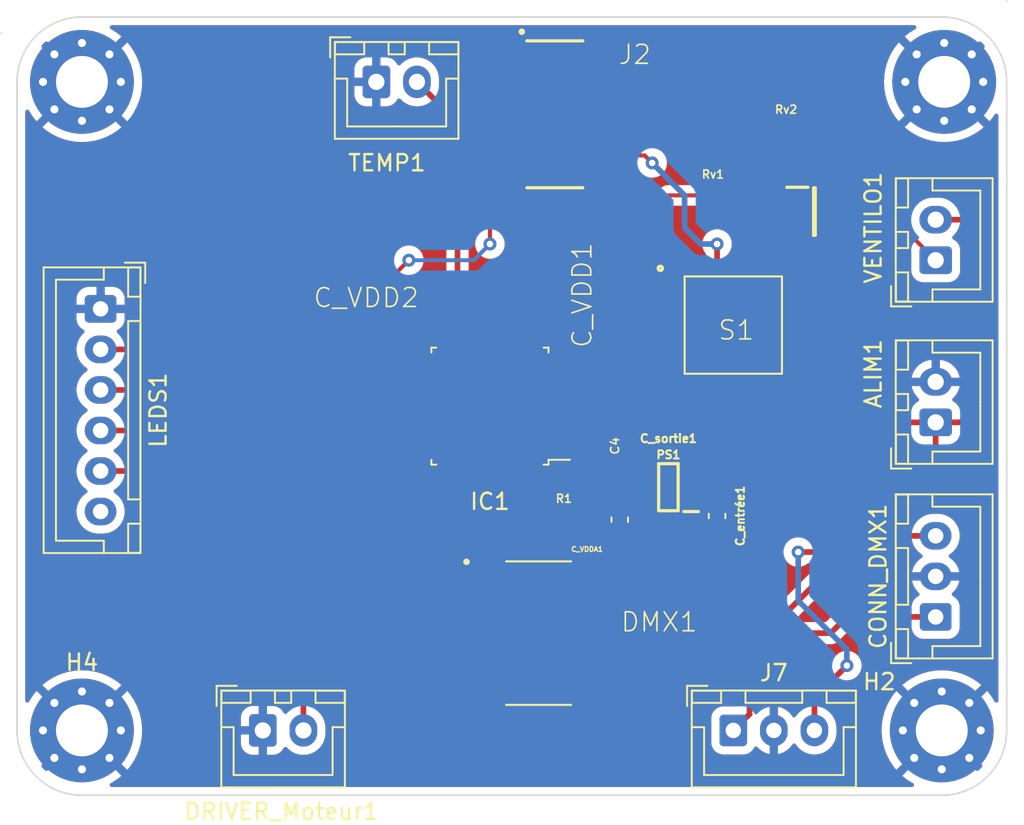
<source format=kicad_pcb>
(kicad_pcb (version 20211014) (generator pcbnew)
  (title_block (title "PCB PRINCIPALE_Projecteur Leds") (date "13/12") (company "ENSEA"))
  (layers (0 "F.Cu" signal) (31 "B.Cu" signal) (34 "B.Paste" user) (35 "F.Paste" user) (36 "B.SilkS" user "B.Silkscreen") (37 "F.SilkS" user "F.Silkscreen") (38 "B.Mask" user) (39 "F.Mask" user) (44 "Edge.Cuts" user))
  (net 0 "")
  (net 1 "GND")
  (net 2 "NRST")
  (net 5 "+3.3V")
  (net 6 "ADC_Température_ventilo")
  (net 14 "Net-(IC1-Pad31)")
  (net 15 "VCP_UART_RX")
  (net 16 "VCP_UART_TX")
  (net 17 "PWM_Leds_W")
  (net 18 "PWM_Leds_B")
  (net 19 "PWM_Leds_G")
  (net 20 "PWM_Leds_R")
  (net 21 "PWM_Ventilateur")
  (net 30 "SWDIO")
  (net 31 "SWCLK")
  (net 35 "UART_Driver_moteur")
  (net 42 "Net-(CONN_DMX1-Pad1)")
  (net 43 "+5V")
  (net 45 "Net-(CONN_DMX1-Pad3)")
  (net 46 "UART_RS485_DMX")
  (net 48 "Net-(Q1-Pad1)")
  (net 49 "Net-(Q1-Pad3)")
  (footprint "stm32l021:RegLIN" (layer "F.Cu") (at 182 99 180)
    (fp_text reference "PS1" (at 0 2) (layer "F.SilkS") (effects (font (size 0.5 0.5) (thickness 0.125))))
    (fp_text value "BU33SD5WG-TR" hide)
    (fp_line (start -0.6 1.45) (end -0.6 -1.45) (layer "F.SilkS") (width 0.2))
    (fp_line (start -1.85 -1.5) (end -0.95 -1.5) (layer "F.SilkS") (width 0.2))
    (fp_line (start -0.6 -1.45) (end 0.6 -1.45) (layer "F.SilkS") (width 0.2))
    (fp_line (start 0.6 -1.45) (end 0.6 1.45) (layer "F.SilkS") (width 0.2))
    (fp_line (start 0.6 1.45) (end -0.6 1.45) (layer "F.SilkS") (width 0.2))
    (pad "1" smd rect (at -1.4 -0.95 270) (size 0.6 0.9) (layers "F.Cu" "F.Paste" "F.Mask") (net 43 "+5V"))
    (pad "2" smd rect (at -1.4 0 270) (size 0.6 0.9) (layers "F.Cu" "F.Paste" "F.Mask") (net 1 "GND"))
    (pad "3" smd rect (at -1.4 0.95 270) (size 0.6 0.9) (layers "F.Cu" "F.Paste" "F.Mask") (net 43 "+5V"))
    (pad "4" smd rect (at 1.4 0.95 270) (size 0.6 0.9) (layers "F.Cu" "F.Paste" "F.Mask"))
    (pad "5" smd rect (at 1.4 -0.95 270) (size 0.6 0.9) (layers "F.Cu" "F.Paste" "F.Mask") (net 5 "+3.3V"))
  )
  (footprint "Package_QFP:LQFP-32_7x7mm_P0.8mm" (layer "F.Cu") (at 171 94 180)
    (fp_text reference "IC1" (at 0 -5.88) (layer "F.SilkS"))
    (fp_text value "STM32L412KBT6")
    (fp_line (start -3.61 -3.31) (end -4.925 -3.31) (layer "F.SilkS") (width 0.12))
    (fp_line (start -3.31 3.61) (end -3.61 3.61) (layer "F.SilkS") (width 0.12))
    (fp_line (start -3.61 -3.61) (end -3.61 -3.31) (layer "F.SilkS") (width 0.12))
    (fp_line (start 3.61 3.61) (end 3.61 3.31) (layer "F.SilkS") (width 0.12))
    (fp_line (start -3.31 -3.61) (end -3.61 -3.61) (layer "F.SilkS") (width 0.12))
    (fp_line (start 3.31 3.61) (end 3.61 3.61) (layer "F.SilkS") (width 0.12))
    (fp_line (start 3.31 -3.61) (end 3.61 -3.61) (layer "F.SilkS") (width 0.12))
    (fp_line (start 3.61 -3.61) (end 3.61 -3.31) (layer "F.SilkS") (width 0.12))
    (fp_line (start -3.61 3.61) (end -3.61 3.31) (layer "F.SilkS") (width 0.12))
    (pad "1" smd roundrect (at -4.175 -2.8 180) (size 1.5 0.5) (layers "F.Cu" "F.Paste" "F.Mask") (net 5 "+3.3V"))
    (pad "2" smd roundrect (at -4.175 -2 180) (size 1.5 0.5) (layers "F.Cu" "F.Paste" "F.Mask"))
    (pad "3" smd roundrect (at -4.175 -1.2 180) (size 1.5 0.5) (layers "F.Cu" "F.Paste" "F.Mask"))
    (pad "4" smd roundrect (at -4.175 -0.4 180) (size 1.5 0.5) (layers "F.Cu" "F.Paste" "F.Mask") (net 2 "NRST"))
    (pad "5" smd roundrect (at -4.175 0.4 180) (size 1.5 0.5) (layers "F.Cu" "F.Paste" "F.Mask") (net 5 "+3.3V"))
    (pad "6" smd roundrect (at -4.175 1.2 180) (size 1.5 0.5) (layers "F.Cu" "F.Paste" "F.Mask") (net 21 "PWM_Ventilateur"))
    (pad "7" smd roundrect (at -4.175 2 180) (size 1.5 0.5) (layers "F.Cu" "F.Paste" "F.Mask"))
    (pad "8" smd roundrect (at -4.175 2.8 180) (size 1.5 0.5) (layers "F.Cu" "F.Paste" "F.Mask") (net 16 "VCP_UART_TX"))
    (pad "9" smd roundrect (at -2.8 4.175 180) (size 0.5 1.5) (layers "F.Cu" "F.Paste" "F.Mask") (net 15 "VCP_UART_RX"))
    (pad "10" smd roundrect (at -2 4.175 180) (size 0.5 1.5) (layers "F.Cu" "F.Paste" "F.Mask"))
    (pad "11" smd roundrect (at -1.2 4.175 180) (size 0.5 1.5) (layers "F.Cu" "F.Paste" "F.Mask"))
    (pad "12" smd roundrect (at -0.4 4.175 180) (size 0.5 1.5) (layers "F.Cu" "F.Paste" "F.Mask"))
    (pad "13" smd roundrect (at 0.4 4.175 180) (size 0.5 1.5) (layers "F.Cu" "F.Paste" "F.Mask"))
    (pad "14" smd roundrect (at 1.2 4.175 180) (size 0.5 1.5) (layers "F.Cu" "F.Paste" "F.Mask"))
    (pad "15" smd roundrect (at 2 4.175 180) (size 0.5 1.5) (layers "F.Cu" "F.Paste" "F.Mask") (net 6 "ADC_Température_ventilo"))
    (pad "16" smd roundrect (at 2.8 4.175 180) (size 0.5 1.5) (layers "F.Cu" "F.Paste" "F.Mask") (net 1 "GND"))
    (pad "17" smd roundrect (at 4.175 2.8 180) (size 1.5 0.5) (layers "F.Cu" "F.Paste" "F.Mask") (net 5 "+3.3V"))
    (pad "18" smd roundrect (at 4.175 2 180) (size 1.5 0.5) (layers "F.Cu" "F.Paste" "F.Mask") (net 17 "PWM_Leds_W"))
    (pad "19" smd roundrect (at 4.175 1.2 180) (size 1.5 0.5) (layers "F.Cu" "F.Paste" "F.Mask") (net 18 "PWM_Leds_B"))
    (pad "20" smd roundrect (at 4.175 0.4 180) (size 1.5 0.5) (layers "F.Cu" "F.Paste" "F.Mask") (net 19 "PWM_Leds_G"))
    (pad "21" smd roundrect (at 4.175 -0.4 180) (size 1.5 0.5) (layers "F.Cu" "F.Paste" "F.Mask") (net 20 "PWM_Leds_R"))
    (pad "22" smd roundrect (at 4.175 -1.2 180) (size 1.5 0.5) (layers "F.Cu" "F.Paste" "F.Mask"))
    (pad "23" smd roundrect (at 4.175 -2 180) (size 1.5 0.5) (layers "F.Cu" "F.Paste" "F.Mask"))
    (pad "24" smd roundrect (at 4.175 -2.8 180) (size 1.5 0.5) (layers "F.Cu" "F.Paste" "F.Mask"))
    (pad "25" smd roundrect (at 2.8 -4.175 180) (size 0.5 1.5) (layers "F.Cu" "F.Paste" "F.Mask"))
    (pad "26" smd roundrect (at 2 -4.175 180) (size 0.5 1.5) (layers "F.Cu" "F.Paste" "F.Mask"))
    (pad "27" smd roundrect (at 1.2 -4.175 180) (size 0.5 1.5) (layers "F.Cu" "F.Paste" "F.Mask"))
    (pad "28" smd roundrect (at 0.4 -4.175 180) (size 0.5 1.5) (layers "F.Cu" "F.Paste" "F.Mask"))
    (pad "29" smd roundrect (at -0.4 -4.175 180) (size 0.5 1.5) (layers "F.Cu" "F.Paste" "F.Mask") (net 35 "UART_Driver_moteur"))
    (pad "30" smd roundrect (at -1.2 -4.175 180) (size 0.5 1.5) (layers "F.Cu" "F.Paste" "F.Mask") (net 46 "UART_RS485_DMX"))
    (pad "31" smd roundrect (at -2 -4.175 180) (size 0.5 1.5) (layers "F.Cu" "F.Paste" "F.Mask") (net 14 "Net-(IC1-Pad31)"))
    (pad "32" smd roundrect (at -2.8 -4.175 180) (size 0.5 1.5) (layers "F.Cu" "F.Paste" "F.Mask") (net 1 "GND"))
  )
  (footprint "Connector_JST:JST_XH_B3B-XH-A_1x03_P2.50mm_Vertical" (layer "F.Cu") (at 186 114)
    (fp_text reference "J7" (at 2.5 -3.55) (layer "F.SilkS"))
    (fp_text value "Conn_01x03_Male")
    (fp_line (start 0.75 -2.45) (end 0.75 -1.7) (layer "F.SilkS") (width 0.12))
    (fp_line (start 7.55 -0.2) (end 6.8 -0.2) (layer "F.SilkS") (width 0.12))
    (fp_line (start 5.75 -2.45) (end 5.75 -1.7) (layer "F.SilkS") (width 0.12))
    (fp_line (start 4.25 -1.7) (end 4.25 -2.45) (layer "F.SilkS") (width 0.12))
    (fp_line (start -2.55 -0.2) (end -1.8 -0.2) (layer "F.SilkS") (width 0.12))
    (fp_line (start 7.55 -1.7) (end 7.55 -2.45) (layer "F.SilkS") (width 0.12))
    (fp_line (start -1.8 2.75) (end 2.5 2.75) (layer "F.SilkS") (width 0.12))
    (fp_line (start 4.25 -2.45) (end 0.75 -2.45) (layer "F.SilkS") (width 0.12))
    (fp_line (start -1.8 -0.2) (end -1.8 2.75) (layer "F.SilkS") (width 0.12))
    (fp_line (start 6.8 -0.2) (end 6.8 2.75) (layer "F.SilkS") (width 0.12))
    (fp_line (start -2.55 -2.45) (end -2.55 -1.7) (layer "F.SilkS") (width 0.12))
    (fp_line (start -0.75 -2.45) (end -2.55 -2.45) (layer "F.SilkS") (width 0.12))
    (fp_line (start -1.6 -2.75) (end -2.85 -2.75) (layer "F.SilkS") (width 0.12))
    (fp_line (start -2.85 -2.75) (end -2.85 -1.5) (layer "F.SilkS") (width 0.12))
    (fp_line (start 6.8 2.75) (end 2.5 2.75) (layer "F.SilkS") (width 0.12))
    (fp_line (start 0.75 -1.7) (end 4.25 -1.7) (layer "F.SilkS") (width 0.12))
    (fp_line (start 7.55 -2.45) (end 5.75 -2.45) (layer "F.SilkS") (width 0.12))
    (fp_line (start -2.56 -2.46) (end -2.56 3.51) (layer "F.SilkS") (width 0.12))
    (fp_line (start -0.75 -1.7) (end -0.75 -2.45) (layer "F.SilkS") (width 0.12))
    (fp_line (start 7.56 3.51) (end 7.56 -2.46) (layer "F.SilkS") (width 0.12))
    (fp_line (start -2.55 -1.7) (end -0.75 -1.7) (layer "F.SilkS") (width 0.12))
    (fp_line (start 5.75 -1.7) (end 7.55 -1.7) (layer "F.SilkS") (width 0.12))
    (fp_line (start -2.56 3.51) (end 7.56 3.51) (layer "F.SilkS") (width 0.12))
    (fp_line (start 7.56 -2.46) (end -2.56 -2.46) (layer "F.SilkS") (width 0.12))
    (pad "1" thru_hole roundrect (at 0 0) (size 1.7 1.95) (drill 0.95) (layers *.Cu *.Mask) (roundrect_rratio 0.147059) (net 42 "Net-(CONN_DMX1-Pad1)"))
    (pad "2" thru_hole oval (at 2.5 0) (size 1.7 1.95) (drill 0.95) (layers *.Cu *.Mask) (net 1 "GND"))
    (pad "3" thru_hole oval (at 5 0) (size 1.7 1.95) (drill 0.95) (layers *.Cu *.Mask) (net 45 "Net-(CONN_DMX1-Pad3)"))
  )
  (footprint "Capacitor_SMD:C_0603_1608Metric" (layer "F.Cu") (at 185 100.775 -90)
    (fp_text reference "C_entrée1" (at 0 -1.43 90) (layer "F.SilkS") (effects (font (size 0.5 0.5) (thickness 0.125))))
    (fp_text value "1uF")
    (fp_line (start -0.14058 0.51) (end 0.14058 0.51) (layer "F.SilkS") (width 0.12))
    (fp_line (start -0.14058 -0.51) (end 0.14058 -0.51) (layer "F.SilkS") (width 0.12))
    (pad "1" smd roundrect (at -0.775 0 270) (size 0.9 0.95) (layers "F.Cu" "F.Paste" "F.Mask") (net 43 "+5V"))
    (pad "2" smd roundrect (at 0.775 0 270) (size 0.9 0.95) (layers "F.Cu" "F.Paste" "F.Mask") (net 1 "GND"))
  )
  (footprint "stm32l021:SW_2-1437565-7" (layer "F.Cu") (at 186 89)
    (fp_text reference "S1" (at -1 1 180) (layer "F.SilkS") (effects (font (size 1.169947 1.169947) (thickness 0.101734)) (justify left bottom)))
    (fp_text value "2-1437565-7")
    (fp_line (start 3 3) (end -3 3) (layer "F.SilkS") (width 0.127))
    (fp_line (start 3 -3) (end 3 3) (layer "F.SilkS") (width 0.127))
    (fp_line (start -3 -3) (end 3 -3) (layer "F.SilkS") (width 0.127))
    (fp_line (start -3 3) (end -3 -3) (layer "F.SilkS") (width 0.127))
    (fp_circle (center -4.5 -3.5) (end -4.37 -3.5) (layer "F.SilkS") (width 0.2) (fill none))
    (pad "1" smd rect (at -4.55 -2.25 90) (size 1.4 2.1) (layers "F.Cu" "F.Mask") (net 1 "GND"))
    (pad "2" smd rect (at 4.55 -2.25 90) (size 1.4 2.1) (layers "F.Cu" "F.Mask") (net 1 "GND"))
    (pad "3" smd rect (at -4.55 2.25 90) (size 1.4 2.1) (layers "F.Cu" "F.Mask") (net 2 "NRST"))
    (pad "4" smd rect (at 4.55 2.25 90) (size 1.4 2.1) (layers "F.Cu" "F.Mask") (net 2 "NRST"))
  )
  (footprint "MountingHole:MountingHole_3.2mm_M3_Pad_Via" (layer "F.Cu") (at 198.85 114)
    (fp_text reference "H2" (at -3.85 -3) (layer "F.SilkS"))
    (fp_text value "MountingHole_Pad" hide)
    (pad "1" thru_hole circle (at -1.697056 -1.697056) (size 0.8 0.8) (drill 0.5) (layers *.Cu *.Mask) (net 1 "GND"))
    (pad "1" thru_hole circle (at 0 2.4) (size 0.8 0.8) (drill 0.5) (layers *.Cu *.Mask) (net 1 "GND"))
    (pad "1" thru_hole circle (at 0 -2.4) (size 0.8 0.8) (drill 0.5) (layers *.Cu *.Mask) (net 1 "GND"))
    (pad "1" thru_hole circle (at 1.697056 1.697056) (size 0.8 0.8) (drill 0.5) (layers *.Cu *.Mask) (net 1 "GND"))
    (pad "1" thru_hole circle (at -1.697056 1.697056) (size 0.8 0.8) (drill 0.5) (layers *.Cu *.Mask) (net 1 "GND"))
    (pad "1" thru_hole circle (at 2.4 0) (size 0.8 0.8) (drill 0.5) (layers *.Cu *.Mask) (net 1 "GND"))
    (pad "1" thru_hole circle (at 0 0) (size 6.4 6.4) (drill 3.2) (layers *.Cu *.Mask) (net 1 "GND"))
    (pad "1" thru_hole circle (at -2.4 0) (size 0.8 0.8) (drill 0.5) (layers *.Cu *.Mask) (net 1 "GND"))
    (pad "1" thru_hole circle (at 1.697056 -1.697056) (size 0.8 0.8) (drill 0.5) (layers *.Cu *.Mask) (net 1 "GND"))
  )
  (footprint "MountingHole:MountingHole_3.2mm_M3_Pad_Via" (layer "F.Cu") (at 145.85 114)
    (fp_text reference "H4" (at 0 -4.2) (layer "F.SilkS"))
    (fp_text value "MountingHole_Pad" hide)
    (pad "1" thru_hole circle (at 1.697056 -1.697056) (size 0.8 0.8) (drill 0.5) (layers *.Cu *.Mask) (net 1 "GND"))
    (pad "1" thru_hole circle (at -1.697056 -1.697056) (size 0.8 0.8) (drill 0.5) (layers *.Cu *.Mask) (net 1 "GND"))
    (pad "1" thru_hole circle (at -1.697056 1.697056) (size 0.8 0.8) (drill 0.5) (layers *.Cu *.Mask) (net 1 "GND"))
    (pad "1" thru_hole circle (at 0 0) (size 6.4 6.4) (drill 3.2) (layers *.Cu *.Mask) (net 1 "GND"))
    (pad "1" thru_hole circle (at 0 2.4) (size 0.8 0.8) (drill 0.5) (layers *.Cu *.Mask) (net 1 "GND"))
    (pad "1" thru_hole circle (at -2.4 0) (size 0.8 0.8) (drill 0.5) (layers *.Cu *.Mask) (net 1 "GND"))
    (pad "1" thru_hole circle (at 0 -2.4) (size 0.8 0.8) (drill 0.5) (layers *.Cu *.Mask) (net 1 "GND"))
    (pad "1" thru_hole circle (at 2.4 0) (size 0.8 0.8) (drill 0.5) (layers *.Cu *.Mask) (net 1 "GND"))
    (pad "1" thru_hole circle (at 1.697056 1.697056) (size 0.8 0.8) (drill 0.5) (layers *.Cu *.Mask) (net 1 "GND"))
  )
  (footprint "Connector_JST:JST_XH_B6B-XH-A_1x06_P2.50mm_Vertical" (layer "F.Cu") (at 147 88 -90)
    (fp_text reference "LEDS1" (at 6.25 -3.55 -90) (layer "F.SilkS"))
    (fp_text value "PINHD-1X6")
    (fp_line (start 0.75 -2.45) (end 0.75 -1.7) (layer "F.SilkS") (width 0.12))
    (fp_line (start -1.8 -0.2) (end -1.8 2.75) (layer "F.SilkS") (width 0.12))
    (fp_line (start -2.55 -1.7) (end -0.75 -1.7) (layer "F.SilkS") (width 0.12))
    (fp_line (start -2.85 -2.75) (end -2.85 -1.5) (layer "F.SilkS") (width 0.12))
    (fp_line (start 15.05 -2.45) (end 13.25 -2.45) (layer "F.SilkS") (width 0.12))
    (fp_line (start 0.75 -1.7) (end 11.75 -1.7) (layer "F.SilkS") (width 0.12))
    (fp_line (start -0.75 -2.45) (end -2.55 -2.45) (layer "F.SilkS") (width 0.12))
    (fp_line (start 11.75 -1.7) (end 11.75 -2.45) (layer "F.SilkS") (width 0.12))
    (fp_line (start 15.06 -2.46) (end -2.56 -2.46) (layer "F.SilkS") (width 0.12))
    (fp_line (start -2.55 -0.2) (end -1.8 -0.2) (layer "F.SilkS") (width 0.12))
    (fp_line (start 14.3 -0.2) (end 14.3 2.75) (layer "F.SilkS") (width 0.12))
    (fp_line (start -1.6 -2.75) (end -2.85 -2.75) (layer "F.SilkS") (width 0.12))
    (fp_line (start 14.3 2.75) (end 6.25 2.75) (layer "F.SilkS") (width 0.12))
    (fp_line (start -2.56 3.51) (end 15.06 3.51) (layer "F.SilkS") (width 0.12))
    (fp_line (start -2.55 -2.45) (end -2.55 -1.7) (layer "F.SilkS") (width 0.12))
    (fp_line (start -2.56 -2.46) (end -2.56 3.51) (layer "F.SilkS") (width 0.12))
    (fp_line (start -0.75 -1.7) (end -0.75 -2.45) (layer "F.SilkS") (width 0.12))
    (fp_line (start -1.8 2.75) (end 6.25 2.75) (layer "F.SilkS") (width 0.12))
    (fp_line (start 11.75 -2.45) (end 0.75 -2.45) (layer "F.SilkS") (width 0.12))
    (fp_line (start 15.06 3.51) (end 15.06 -2.46) (layer "F.SilkS") (width 0.12))
    (fp_line (start 15.05 -1.7) (end 15.05 -2.45) (layer "F.SilkS") (width 0.12))
    (fp_line (start 15.05 -0.2) (end 14.3 -0.2) (layer "F.SilkS") (width 0.12))
    (fp_line (start 13.25 -2.45) (end 13.25 -1.7) (layer "F.SilkS") (width 0.12))
    (fp_line (start 13.25 -1.7) (end 15.05 -1.7) (layer "F.SilkS") (width 0.12))
    (pad "1" thru_hole roundrect (at 0 0 270) (size 1.7 1.95) (drill 0.95) (layers *.Cu *.Mask) (roundrect_rratio 0.147059) (net 1 "GND"))
    (pad "2" thru_hole oval (at 2.5 0 270) (size 1.7 1.95) (drill 0.95) (layers *.Cu *.Mask) (net 17 "PWM_Leds_W"))
    (pad "3" thru_hole oval (at 5 0 270) (size 1.7 1.95) (drill 0.95) (layers *.Cu *.Mask) (net 18 "PWM_Leds_B"))
    (pad "4" thru_hole oval (at 7.5 0 270) (size 1.7 1.95) (drill 0.95) (layers *.Cu *.Mask) (net 19 "PWM_Leds_G"))
    (pad "5" thru_hole oval (at 10 0 270) (size 1.7 1.95) (drill 0.95) (layers *.Cu *.Mask) (net 20 "PWM_Leds_R"))
    (pad "6" thru_hole oval (at 12.5 0 270) (size 1.7 1.95) (drill 0.95) (layers *.Cu *.Mask))
  )
  (footprint "Connector_JST:JST_XH_B2B-XH-A_1x02_P2.50mm_Vertical" (layer "F.Cu") (at 198.475 95 90)
    (fp_text reference "ALIM1" (at 3 -3.85 90) (layer "F.SilkS"))
    (fp_text value "Conn_01x02" hide)
    (fp_line (start 5.05 -0.2) (end 4.3 -0.2) (layer "F.SilkS") (width 0.12))
    (fp_line (start -2.85 -2.75) (end -2.85 -1.5) (layer "F.SilkS") (width 0.12))
    (fp_line (start 0.75 -2.45) (end 0.75 -1.7) (layer "F.SilkS") (width 0.12))
    (fp_line (start -2.56 3.51) (end 5.06 3.51) (layer "F.SilkS") (width 0.12))
    (fp_line (start -2.55 -2.45) (end -2.55 -1.7) (layer "F.SilkS") (width 0.12))
    (fp_line (start -1.8 -0.2) (end -1.8 2.75) (layer "F.SilkS") (width 0.12))
    (fp_line (start 3.25 -2.45) (end 3.25 -1.7) (layer "F.SilkS") (width 0.12))
    (fp_line (start -2.55 -1.7) (end -0.75 -1.7) (layer "F.SilkS") (width 0.12))
    (fp_line (start 0.75 -1.7) (end 1.75 -1.7) (layer "F.SilkS") (width 0.12))
    (fp_line (start 3.25 -1.7) (end 5.05 -1.7) (layer "F.SilkS") (width 0.12))
    (fp_line (start -2.56 -2.46) (end -2.56 3.51) (layer "F.SilkS") (width 0.12))
    (fp_line (start 5.06 -2.46) (end -2.56 -2.46) (layer "F.SilkS") (width 0.12))
    (fp_line (start 4.3 -0.2) (end 4.3 2.75) (layer "F.SilkS") (width 0.12))
    (fp_line (start 5.05 -1.7) (end 5.05 -2.45) (layer "F.SilkS") (width 0.12))
    (fp_line (start -0.75 -1.7) (end -0.75 -2.45) (layer "F.SilkS") (width 0.12))
    (fp_line (start -2.55 -0.2) (end -1.8 -0.2) (layer "F.SilkS") (width 0.12))
    (fp_line (start 1.75 -1.7) (end 1.75 -2.45) (layer "F.SilkS") (width 0.12))
    (fp_line (start 1.75 -2.45) (end 0.75 -2.45) (layer "F.SilkS") (width 0.12))
    (fp_line (start -0.75 -2.45) (end -2.55 -2.45) (layer "F.SilkS") (width 0.12))
    (fp_line (start 5.06 3.51) (end 5.06 -2.46) (layer "F.SilkS") (width 0.12))
    (fp_line (start 4.3 2.75) (end 1.25 2.75) (layer "F.SilkS") (width 0.12))
    (fp_line (start -1.8 2.75) (end 1.25 2.75) (layer "F.SilkS") (width 0.12))
    (fp_line (start -1.6 -2.75) (end -2.85 -2.75) (layer "F.SilkS") (width 0.12))
    (fp_line (start 5.05 -2.45) (end 3.25 -2.45) (layer "F.SilkS") (width 0.12))
    (pad "1" thru_hole roundrect (at 0 0 90) (size 1.7 2) (drill 1) (layers *.Cu *.Mask) (roundrect_rratio 0.147059) (net 43 "+5V"))
    (pad "2" thru_hole oval (at 2.5 0 90) (size 1.7 2) (drill 1) (layers *.Cu *.Mask) (net 1 "GND"))
  )
  (footprint "Connector_JST:JST_XH_B3B-XH-A_1x03_P2.50mm_Vertical" (layer "F.Cu") (at 198.475 107 90)
    (fp_text reference "CONN_DMX1" (at 2.5 -3.55 90) (layer "F.SilkS"))
    (fp_text value "Conn_01x03_Male")
    (fp_line (start 4.25 -2.45) (end 0.75 -2.45) (layer "F.SilkS") (width 0.12))
    (fp_line (start 5.75 -1.7) (end 7.55 -1.7) (layer "F.SilkS") (width 0.12))
    (fp_line (start -2.56 -2.46) (end -2.56 3.51) (layer "F.SilkS") (width 0.12))
    (fp_line (start -0.75 -2.45) (end -2.55 -2.45) (layer "F.SilkS") (width 0.12))
    (fp_line (start -1.8 2.75) (end 2.5 2.75) (layer "F.SilkS") (width 0.12))
    (fp_line (start 7.56 3.51) (end 7.56 -2.46) (layer "F.SilkS") (width 0.12))
    (fp_line (start 0.75 -1.7) (end 4.25 -1.7) (layer "F.SilkS") (width 0.12))
    (fp_line (start 7.55 -2.45) (end 5.75 -2.45) (layer "F.SilkS") (width 0.12))
    (fp_line (start -2.55 -1.7) (end -0.75 -1.7) (layer "F.SilkS") (width 0.12))
    (fp_line (start 0.75 -2.45) (end 0.75 -1.7) (layer "F.SilkS") (width 0.12))
    (fp_line (start 6.8 2.75) (end 2.5 2.75) (layer "F.SilkS") (width 0.12))
    (fp_line (start -2.55 -2.45) (end -2.55 -1.7) (layer "F.SilkS") (width 0.12))
    (fp_line (start -0.75 -1.7) (end -0.75 -2.45) (layer "F.SilkS") (width 0.12))
    (fp_line (start -2.55 -0.2) (end -1.8 -0.2) (layer "F.SilkS") (width 0.12))
    (fp_line (start 5.75 -2.45) (end 5.75 -1.7) (layer "F.SilkS") (width 0.12))
    (fp_line (start 7.56 -2.46) (end -2.56 -2.46) (layer "F.SilkS") (width 0.12))
    (fp_line (start -1.8 -0.2) (end -1.8 2.75) (layer "F.SilkS") (width 0.12))
    (fp_line (start 6.8 -0.2) (end 6.8 2.75) (layer "F.SilkS") (width 0.12))
    (fp_line (start 4.25 -1.7) (end 4.25 -2.45) (layer "F.SilkS") (width 0.12))
    (fp_line (start -2.85 -2.75) (end -2.85 -1.5) (layer "F.SilkS") (width 0.12))
    (fp_line (start -1.6 -2.75) (end -2.85 -2.75) (layer "F.SilkS") (width 0.12))
    (fp_line (start -2.56 3.51) (end 7.56 3.51) (layer "F.SilkS") (width 0.12))
    (fp_line (start 7.55 -1.7) (end 7.55 -2.45) (layer "F.SilkS") (width 0.12))
    (fp_line (start 7.55 -0.2) (end 6.8 -0.2) (layer "F.SilkS") (width 0.12))
    (pad "1" thru_hole roundrect (at 0 0 90) (size 1.7 1.95) (drill 0.95) (layers *.Cu *.Mask) (roundrect_rratio 0.147059) (net 42 "Net-(CONN_DMX1-Pad1)"))
    (pad "2" thru_hole oval (at 2.5 0 90) (size 1.7 1.95) (drill 0.95) (layers *.Cu *.Mask) (net 1 "GND"))
    (pad "3" thru_hole oval (at 5 0 90) (size 1.7 1.95) (drill 0.95) (layers *.Cu *.Mask) (net 45 "Net-(CONN_DMX1-Pad3)"))
  )
  (footprint "Connector_JST:JST_XH_B2B-XH-A_1x02_P2.50mm_Vertical" (layer "F.Cu") (at 164 74)
    (fp_text reference "TEMP1" (at 0.65 5) (layer "F.SilkS"))
    (fp_text value "Conn_01x02" hide)
    (fp_line (start 4.3 -0.2) (end 4.3 2.75) (layer "F.SilkS") (width 0.12))
    (fp_line (start 0.75 -2.45) (end 0.75 -1.7) (layer "F.SilkS") (width 0.12))
    (fp_line (start -2.55 -0.2) (end -1.8 -0.2) (layer "F.SilkS") (width 0.12))
    (fp_line (start -2.85 -2.75) (end -2.85 -1.5) (layer "F.SilkS") (width 0.12))
    (fp_line (start 1.75 -1.7) (end 1.75 -2.45) (layer "F.SilkS") (width 0.12))
    (fp_line (start -0.75 -2.45) (end -2.55 -2.45) (layer "F.SilkS") (width 0.12))
    (fp_line (start -2.56 3.51) (end 5.06 3.51) (layer "F.SilkS") (width 0.12))
    (fp_line (start 3.25 -2.45) (end 3.25 -1.7) (layer "F.SilkS") (width 0.12))
    (fp_line (start -0.75 -1.7) (end -0.75 -2.45) (layer "F.SilkS") (width 0.12))
    (fp_line (start -2.55 -1.7) (end -0.75 -1.7) (layer "F.SilkS") (width 0.12))
    (fp_line (start -1.6 -2.75) (end -2.85 -2.75) (layer "F.SilkS") (width 0.12))
    (fp_line (start 5.05 -0.2) (end 4.3 -0.2) (layer "F.SilkS") (width 0.12))
    (fp_line (start 5.06 -2.46) (end -2.56 -2.46) (layer "F.SilkS") (width 0.12))
    (fp_line (start -1.8 2.75) (end 1.25 2.75) (layer "F.SilkS") (width 0.12))
    (fp_line (start 1.75 -2.45) (end 0.75 -2.45) (layer "F.SilkS") (width 0.12))
    (fp_line (start 3.25 -1.7) (end 5.05 -1.7) (layer "F.SilkS") (width 0.12))
    (fp_line (start -2.56 -2.46) (end -2.56 3.51) (layer "F.SilkS") (width 0.12))
    (fp_line (start -2.55 -2.45) (end -2.55 -1.7) (layer "F.SilkS") (width 0.12))
    (fp_line (start 0.75 -1.7) (end 1.75 -1.7) (layer "F.SilkS") (width 0.12))
    (fp_line (start 5.05 -1.7) (end 5.05 -2.45) (layer "F.SilkS") (width 0.12))
    (fp_line (start -1.8 -0.2) (end -1.8 2.75) (layer "F.SilkS") (width 0.12))
    (fp_line (start 4.3 2.75) (end 1.25 2.75) (layer "F.SilkS") (width 0.12))
    (fp_line (start 5.05 -2.45) (end 3.25 -2.45) (layer "F.SilkS") (width 0.12))
    (fp_line (start 5.06 3.51) (end 5.06 -2.46) (layer "F.SilkS") (width 0.12))
    (pad "1" thru_hole roundrect (at 0 0) (size 1.7 2) (drill 1) (layers *.Cu *.Mask) (roundrect_rratio 0.147059) (net 1 "GND"))
    (pad "2" thru_hole oval (at 2.5 0) (size 1.7 2) (drill 1) (layers *.Cu *.Mask) (net 6 "ADC_Température_ventilo"))
  )
  (footprint "stm32l021:C0603" (layer "F.Cu") (at 178 89.85 90)
    (fp_text reference "C_VDD1" (at -0.635 -0.635 90) (layer "F.SilkS") (effects (font (size 1.1684 1.1684) (thickness 0.1016)) (justify left bottom)))
    (fp_text value "100nF")
    (pad "1" smd rect (at -0.85 0 90) (size 1.1 1) (layers "F.Cu" "F.Mask") (net 5 "+3.3V"))
    (pad "2" smd rect (at 0.85 0 90) (size 1.1 1) (layers "F.Cu" "F.Mask") (net 1 "GND"))
  )
  (footprint "Capacitor_SMD:C_0603_1608Metric" (layer "F.Cu") (at 179 101 -90)
    (fp_text reference "C_sortie1" (at -5 -3 180) (layer "F.SilkS") (effects (font (size 0.5 0.5) (thickness 0.125))))
    (fp_text value "4.7uF")
    (fp_line (start -0.14058 0.51) (end 0.14058 0.51) (layer "F.SilkS") (width 0.12))
    (fp_line (start -0.14058 -0.51) (end 0.14058 -0.51) (layer "F.SilkS") (width 0.12))
    (pad "1" smd roundrect (at -0.775 0 270) (size 0.9 0.95) (layers "F.Cu" "F.Paste" "F.Mask") (net 5 "+3.3V"))
    (pad "2" smd roundrect (at 0.775 0 270) (size 0.9 0.95) (layers "F.Cu" "F.Paste" "F.Mask") (net 1 "GND"))
  )
  (footprint "stm32l021:SOIC127P600X175-14N" (layer "F.Cu") (at 174 108)
    (fp_text reference "DMX1" (at 5 0) (layer "F.SilkS") (effects (font (size 1.1684 1.1684) (thickness 0.1016)) (justify left bottom)))
    (fp_text value "SOIC127P600X175-14N")
    (fp_line (start -2 -4.425) (end 2 -4.425) (layer "F.SilkS") (width 0.127))
    (fp_line (start -2 4.425) (end 2 4.425) (layer "F.SilkS") (width 0.127))
    (fp_circle (center -4.445 -4.4) (end -4.345 -4.4) (layer "F.SilkS") (width 0.2) (fill none))
    (pad "1" smd roundrect (at -2.475 -3.81) (size 1.97 0.59) (layers "F.Cu" "F.Mask") (roundrect_rratio 0.125))
    (pad "2" smd roundrect (at -2.475 -2.54) (size 1.97 0.59) (layers "F.Cu" "F.Mask") (roundrect_rratio 0.125) (net 46 "UART_RS485_DMX"))
    (pad "3" smd roundrect (at -2.475 -1.27) (size 1.97 0.59) (layers "F.Cu" "F.Mask") (roundrect_rratio 0.125) (net 1 "GND"))
    (pad "4" smd roundrect (at -2.475 0) (size 1.97 0.59) (layers "F.Cu" "F.Mask") (roundrect_rratio 0.125) (net 1 "GND"))
    (pad "5" smd roundrect (at -2.475 1.27) (size 1.97 0.59) (layers "F.Cu" "F.Mask") (roundrect_rratio 0.125))
    (pad "6" smd roundrect (at -2.475 2.54) (size 1.97 0.59) (layers "F.Cu" "F.Mask") (roundrect_rratio 0.125) (net 1 "GND"))
    (pad "7" smd roundrect (at -2.475 3.81) (size 1.97 0.59) (layers "F.Cu" "F.Mask") (roundrect_rratio 0.125) (net 1 "GND"))
    (pad "8" smd roundrect (at 2.475 3.81) (size 1.97 0.59) (layers "F.Cu" "F.Mask") (roundrect_rratio 0.125))
    (pad "9" smd roundrect (at 2.475 2.54) (size 1.97 0.59) (layers "F.Cu" "F.Mask") (roundrect_rratio 0.125))
    (pad "10" smd roundrect (at 2.475 1.27) (size 1.97 0.59) (layers "F.Cu" "F.Mask") (roundrect_rratio 0.125))
    (pad "11" smd roundrect (at 2.475 0) (size 1.97 0.59) (layers "F.Cu" "F.Mask") (roundrect_rratio 0.125) (net 42 "Net-(CONN_DMX1-Pad1)"))
    (pad "12" smd roundrect (at 2.475 -1.27) (size 1.97 0.59) (layers "F.Cu" "F.Mask") (roundrect_rratio 0.125) (net 45 "Net-(CONN_DMX1-Pad3)"))
    (pad "13" smd roundrect (at 2.475 -2.54) (size 1.97 0.59) (layers "F.Cu" "F.Mask") (roundrect_rratio 0.125))
    (pad "14" smd roundrect (at 2.475 -3.81) (size 1.97 0.59) (layers "F.Cu" "F.Mask") (roundrect_rratio 0.125) (net 43 "+5V"))
  )
  (footprint "stm32l021:SOT95P237X112-3N" (layer "F.Cu") (at 191 82)
    (fp_text reference "Q1" hide)
    (fp_text value "SQ2310ES-T1_GE3" hide)
    (fp_line (start 0.05 1.46) (end -0.05 1.46) (layer "F.SilkS") (width 0.2))
    (fp_line (start -0.05 -1.46) (end 0.05 -1.46) (layer "F.SilkS") (width 0.2))
    (fp_line (start -0.05 1.46) (end -0.05 -1.46) (layer "F.SilkS") (width 0.2))
    (fp_line (start 0.05 -1.46) (end 0.05 1.46) (layer "F.SilkS") (width 0.2))
    (fp_line (start -1.7 -1.5) (end -0.4 -1.5) (layer "F.SilkS") (width 0.2))
    (pad "1" smd rect locked (at -1.05 -0.95 90) (size 0.6 1.3) (layers "F.Cu" "F.Paste" "F.Mask") (net 48 "Net-(Q1-Pad1)"))
    (pad "2" smd rect locked (at -1.05 0.95 90) (size 0.6 1.3) (layers "F.Cu" "F.Paste" "F.Mask") (net 1 "GND"))
    (pad "3" smd rect locked (at 1.05 0 90) (size 0.6 1.3) (layers "F.Cu" "F.Paste" "F.Mask") (net 49 "Net-(Q1-Pad3)"))
  )
  (footprint "stm32l021:C0603" (layer "F.Cu") (at 177 101.15 -90)
    (fp_text reference "C_VDDA1" (at 1.85 -1 180) (layer "F.SilkS") (effects (font (size 0.3 0.3) (thickness 0.075)) (justify right bottom)))
    (fp_text value "100nF")
    (pad "1" smd rect (at -0.85 0 270) (size 1.1 1) (layers "F.Cu" "F.Mask") (net 5 "+3.3V"))
    (pad "2" smd rect (at 0.85 0 270) (size 1.1 1) (layers "F.Cu" "F.Mask") (net 1 "GND"))
  )
  (footprint "stm32l021:SAMTEC_FTSH-107-01-L-DV" (layer "F.Cu") (at 175 76 -90)
    (fp_text reference "J2" (at -3 -6 180) (layer "F.SilkS") (effects (font (size 1.1684 1.1684) (thickness 0.1016)) (justify right bottom)))
    (fp_text value "FTSH-107-01-L-DV")
    (fp_line (start 4.53 -1.715) (end 4.53 1.715) (layer "F.SilkS") (width 0.2))
    (fp_line (start -4.53 -1.715) (end -4.53 -1.715) (layer "F.SilkS") (width 0.2))
    (fp_line (start 4.53 -1.715) (end 4.53 -1.715) (layer "F.SilkS") (width 0.2))
    (fp_line (start -4.53 1.715) (end -4.53 1.715) (layer "F.SilkS") (width 0.2))
    (fp_line (start 4.53 1.715) (end 4.53 1.715) (layer "F.SilkS") (width 0.2))
    (fp_line (start -4.53 1.715) (end -4.53 -1.715) (layer "F.SilkS") (width 0.2))
    (fp_circle (center -5.095 2.035) (end -4.995 2.035) (layer "F.SilkS") (width 0.2) (fill none))
    (pad "01" smd rect (at -3.81 2.035 270) (size 0.74 2.79) (layers "F.Cu" "F.Mask"))
    (pad "02" smd rect (at -3.81 -2.035 270) (size 0.74 2.79) (layers "F.Cu" "F.Mask"))
    (pad "03" smd rect (at -2.54 2.035 270) (size 0.74 2.79) (layers "F.Cu" "F.Mask") (net 5 "+3.3V"))
    (pad "04" smd rect (at -2.54 -2.035 270) (size 0.74 2.79) (layers "F.Cu" "F.Mask") (net 30 "SWDIO"))
    (pad "05" smd rect (at -1.27 2.035 270) (size 0.74 2.79) (layers "F.Cu" "F.Mask") (net 1 "GND"))
    (pad "06" smd rect (at -1.27 -2.035 270) (size 0.74 2.79) (layers "F.Cu" "F.Mask") (net 31 "SWCLK"))
    (pad "07" smd rect (at 0 2.035 270) (size 0.74 2.79) (layers "F.Cu" "F.Mask") (net 1 "GND"))
    (pad "08" smd rect (at 0 -2.035 270) (size 0.74 2.79) (layers "F.Cu" "F.Mask"))
    (pad "09" smd rect (at 1.27 2.035 270) (size 0.74 2.79) (layers "F.Cu" "F.Mask"))
    (pad "10" smd rect (at 1.27 -2.035 270) (size 0.74 2.79) (layers "F.Cu" "F.Mask"))
    (pad "11" smd rect (at 2.54 2.035 270) (size 0.74 2.79) (layers "F.Cu" "F.Mask") (net 1 "GND"))
    (pad "12" smd rect (at 2.54 -2.035 270) (size 0.74 2.79) (layers "F.Cu" "F.Mask") (net 2 "NRST"))
    (pad "13" smd rect (at 3.81 2.035 270) (size 0.74 2.79) (layers "F.Cu" "F.Mask") (net 15 "VCP_UART_RX"))
    (pad "14" smd rect (at 3.81 -2.035 270) (size 0.74 2.79) (layers "F.Cu" "F.Mask") (net 16 "VCP_UART_TX"))
  )
  (footprint "MountingHole:MountingHole_3.2mm_M3_Pad_Via" (layer "F.Cu") (at 199 74)
    (fp_text reference "H1" (at 0 0) (layer "F.SilkS"))
    (fp_text value "MountingHole_Pad" hide)
    (pad "1" thru_hole circle (at -1.697056 1.697056) (size 0.8 0.8) (drill 0.5) (layers *.Cu *.Mask) (net 1 "GND"))
    (pad "1" thru_hole circle (at -1.697056 -1.697056) (size 0.8 0.8) (drill 0.5) (layers *.Cu *.Mask) (net 1 "GND"))
    (pad "1" thru_hole circle (at -2.4 0) (size 0.8 0.8) (drill 0.5) (layers *.Cu *.Mask) (net 1 "GND"))
    (pad "1" thru_hole circle (at 1.697056 -1.697056) (size 0.8 0.8) (drill 0.5) (layers *.Cu *.Mask) (net 1 "GND"))
    (pad "1" thru_hole circle (at 0 -2.4) (size 0.8 0.8) (drill 0.5) (layers *.Cu *.Mask) (net 1 "GND"))
    (pad "1" thru_hole circle (at 2.4 0) (size 0.8 0.8) (drill 0.5) (layers *.Cu *.Mask) (net 1 "GND"))
    (pad "1" thru_hole circle (at 0 2.4) (size 0.8 0.8) (drill 0.5) (layers *.Cu *.Mask) (net 1 "GND"))
    (pad "1" thru_hole circle (at 0 0) (size 6.4 6.4) (drill 3.2) (layers *.Cu *.Mask) (net 1 "GND"))
    (pad "1" thru_hole circle (at 1.697056 1.697056) (size 0.8 0.8) (drill 0.5) (layers *.Cu *.Mask) (net 1 "GND"))
  )
  (footprint "stm32l021:R0603" (layer "F.Cu") (at 190 78.2234 -90)
    (fp_text reference "Rv2" (at -2.2234 0 180) (layer "F.SilkS") (effects (font (size 0.5 0.5) (thickness 0.1016)) (justify right bottom)))
    (fp_text value "10k")
    (pad "1" smd rect (at -0.85 0 270) (size 1 1.1) (layers "F.Cu" "F.Mask") (net 1 "GND"))
    (pad "2" smd rect (at 0.85 0 270) (size 1 1.1) (layers "F.Cu" "F.Mask") (net 48 "Net-(Q1-Pad1)"))
  )
  (footprint "Connector_JST:JST_XH_B2B-XH-A_1x02_P2.50mm_Vertical" (layer "F.Cu") (at 157 114)
    (fp_text reference "DRIVER_Moteur1" (at 1.15 5) (layer "F.SilkS"))
    (fp_text value "Conn_01x02" hide)
    (fp_line (start 4.3 -0.2) (end 4.3 2.75) (layer "F.SilkS") (width 0.12))
    (fp_line (start 4.3 2.75) (end 1.25 2.75) (layer "F.SilkS") (width 0.12))
    (fp_line (start 1.75 -2.45) (end 0.75 -2.45) (layer "F.SilkS") (width 0.12))
    (fp_line (start 1.75 -1.7) (end 1.75 -2.45) (layer "F.SilkS") (width 0.12))
    (fp_line (start 5.05 -2.45) (end 3.25 -2.45) (layer "F.SilkS") (width 0.12))
    (fp_line (start 5.05 -0.2) (end 4.3 -0.2) (layer "F.SilkS") (width 0.12))
    (fp_line (start 5.06 -2.46) (end -2.56 -2.46) (layer "F.SilkS") (width 0.12))
    (fp_line (start 5.06 3.51) (end 5.06 -2.46) (layer "F.SilkS") (width 0.12))
    (fp_line (start -2.56 3.51) (end 5.06 3.51) (layer "F.SilkS") (width 0.12))
    (fp_line (start -2.55 -1.7) (end -0.75 -1.7) (layer "F.SilkS") (width 0.12))
    (fp_line (start 3.25 -2.45) (end 3.25 -1.7) (layer "F.SilkS") (width 0.12))
    (fp_line (start -0.75 -1.7) (end -0.75 -2.45) (layer "F.SilkS") (width 0.12))
    (fp_line (start -2.55 -2.45) (end -2.55 -1.7) (layer "F.SilkS") (width 0.12))
    (fp_line (start -1.8 -0.2) (end -1.8 2.75) (layer "F.SilkS") (width 0.12))
    (fp_line (start 0.75 -1.7) (end 1.75 -1.7) (layer "F.SilkS") (width 0.12))
    (fp_line (start -2.56 -2.46) (end -2.56 3.51) (layer "F.SilkS") (width 0.12))
    (fp_line (start -2.55 -0.2) (end -1.8 -0.2) (layer "F.SilkS") (width 0.12))
    (fp_line (start -2.85 -2.75) (end -2.85 -1.5) (layer "F.SilkS") (width 0.12))
    (fp_line (start -1.8 2.75) (end 1.25 2.75) (layer "F.SilkS") (width 0.12))
    (fp_line (start -0.75 -2.45) (end -2.55 -2.45) (layer "F.SilkS") (width 0.12))
    (fp_line (start -1.6 -2.75) (end -2.85 -2.75) (layer "F.SilkS") (width 0.12))
    (fp_line (start 0.75 -2.45) (end 0.75 -1.7) (layer "F.SilkS") (width 0.12))
    (fp_line (start 3.25 -1.7) (end 5.05 -1.7) (layer "F.SilkS") (width 0.12))
    (fp_line (start 5.05 -1.7) (end 5.05 -2.45) (layer "F.SilkS") (width 0.12))
    (pad "1" thru_hole roundrect (at 0 0) (size 1.7 2) (drill 1) (layers *.Cu *.Mask) (roundrect_rratio 0.147059) (net 1 "GND"))
    (pad "2" thru_hole oval (at 2.5 0) (size 1.7 2) (drill 1) (layers *.Cu *.Mask) (net 35 "UART_Driver_moteur"))
  )
  (footprint "stm32l021:C0603" (layer "F.Cu") (at 178 94 -90)
    (fp_text reference "C4" (at 1.85 -1 -270) (layer "F.SilkS") (effects (font (size 0.5 0.55) (thickness 0.1016)) (justify right bottom)))
    (fp_text value "0.1uF")
    (pad "1" smd rect (at -0.85 0 270) (size 1.1 1) (layers "F.Cu" "F.Mask") (net 2 "NRST"))
    (pad "2" smd rect (at 0.85 0 270) (size 1.1 1) (layers "F.Cu" "F.Mask") (net 1 "GND"))
  )
  (footprint "stm32l021:R0603" (layer "F.Cu") (at 174.15 101)
    (fp_text reference "R1" (at 0.85 -1) (layer "F.SilkS") (effects (font (size 0.5 0.5) (thickness 0.1016)) (justify left bottom)))
    (fp_text value "100k")
    (pad "1" smd rect (at -0.85 0) (size 1 1.1) (layers "F.Cu" "F.Mask") (net 14 "Net-(IC1-Pad31)"))
    (pad "2" smd rect (at 0.85 0) (size 1 1.1) (layers "F.Cu" "F.Mask") (net 1 "GND"))
  )
  (footprint "Connector_JST:JST_XH_B2B-XH-A_1x02_P2.50mm_Vertical" (layer "F.Cu") (at 198.475 85 90)
    (fp_text reference "VENTILO1" (at 2 -3.85 90) (layer "F.SilkS"))
    (fp_text value "Conn_01x02" hide)
    (fp_line (start 5.05 -0.2) (end 4.3 -0.2) (layer "F.SilkS") (width 0.12))
    (fp_line (start -2.55 -1.7) (end -0.75 -1.7) (layer "F.SilkS") (width 0.12))
    (fp_line (start 4.3 2.75) (end 1.25 2.75) (layer "F.SilkS") (width 0.12))
    (fp_line (start -0.75 -2.45) (end -2.55 -2.45) (layer "F.SilkS") (width 0.12))
    (fp_line (start 3.25 -1.7) (end 5.05 -1.7) (layer "F.SilkS") (width 0.12))
    (fp_line (start -2.85 -2.75) (end -2.85 -1.5) (layer "F.SilkS") (width 0.12))
    (fp_line (start 1.75 -1.7) (end 1.75 -2.45) (layer "F.SilkS") (width 0.12))
    (fp_line (start 5.05 -1.7) (end 5.05 -2.45) (layer "F.SilkS") (width 0.12))
    (fp_line (start -1.6 -2.75) (end -2.85 -2.75) (layer "F.SilkS") (width 0.12))
    (fp_line (start 1.75 -2.45) (end 0.75 -2.45) (layer "F.SilkS") (width 0.12))
    (fp_line (start -2.55 -2.45) (end -2.55 -1.7) (layer "F.SilkS") (width 0.12))
    (fp_line (start -2.55 -0.2) (end -1.8 -0.2) (layer "F.SilkS") (width 0.12))
    (fp_line (start -2.56 3.51) (end 5.06 3.51) (layer "F.SilkS") (width 0.12))
    (fp_line (start 5.06 -2.46) (end -2.56 -2.46) (layer "F.SilkS") (width 0.12))
    (fp_line (start 0.75 -2.45) (end 0.75 -1.7) (layer "F.SilkS") (width 0.12))
    (fp_line (start 5.05 -2.45) (end 3.25 -2.45) (layer "F.SilkS") (width 0.12))
    (fp_line (start -1.8 2.75) (end 1.25 2.75) (layer "F.SilkS") (width 0.12))
    (fp_line (start 5.06 3.51) (end 5.06 -2.46) (layer "F.SilkS") (width 0.12))
    (fp_line (start 0.75 -1.7) (end 1.75 -1.7) (layer "F.SilkS") (width 0.12))
    (fp_line (start 4.3 -0.2) (end 4.3 2.75) (layer "F.SilkS") (width 0.12))
    (fp_line (start -2.56 -2.46) (end -2.56 3.51) (layer "F.SilkS") (width 0.12))
    (fp_line (start -0.75 -1.7) (end -0.75 -2.45) (layer "F.SilkS") (width 0.12))
    (fp_line (start 3.25 -2.45) (end 3.25 -1.7) (layer "F.SilkS") (width 0.12))
    (fp_line (start -1.8 -0.2) (end -1.8 2.75) (layer "F.SilkS") (width 0.12))
    (pad "1" thru_hole roundrect (at 0 0 90) (size 1.7 2) (drill 1) (layers *.Cu *.Mask) (roundrect_rratio 0.147059) (net 49 "Net-(Q1-Pad3)"))
    (pad "2" thru_hole oval (at 2.5 0 90) (size 1.7 2) (drill 1) (layers *.Cu *.Mask) (net 43 "+5V"))
  )
  (footprint "MountingHole:MountingHole_3.2mm_M3_Pad_Via" (layer "F.Cu") (at 145.85 74)
    (fp_text reference "H3" hide)
    (fp_text value "MountingHole_Pad" hide)
    (pad "1" thru_hole circle (at -1.697056 -1.697056) (size 0.8 0.8) (drill 0.5) (layers *.Cu *.Mask) (net 1 "GND"))
    (pad "1" thru_hole circle (at -1.697056 1.697056) (size 0.8 0.8) (drill 0.5) (layers *.Cu *.Mask) (net 1 "GND"))
    (pad "1" thru_hole circle (at -2.4 0) (size 0.8 0.8) (drill 0.5) (layers *.Cu *.Mask) (net 1 "GND"))
    (pad "1" thru_hole circle (at 0 2.4) (size 0.8 0.8) (drill 0.5) (layers *.Cu *.Mask) (net 1 "GND"))
    (pad "1" thru_hole circle (at 1.697056 1.697056) (size 0.8 0.8) (drill 0.5) (layers *.Cu *.Mask) (net 1 "GND"))
    (pad "1" thru_hole circle (at 0 0) (size 6.4 6.4) (drill 3.2) (layers *.Cu *.Mask) (net 1 "GND"))
    (pad "1" thru_hole circle (at 2.4 0) (size 0.8 0.8) (drill 0.5) (layers *.Cu *.Mask) (net 1 "GND"))
    (pad "1" thru_hole circle (at 0 -2.4) (size 0.8 0.8) (drill 0.5) (layers *.Cu *.Mask) (net 1 "GND"))
    (pad "1" thru_hole circle (at 1.697056 -1.697056) (size 0.8 0.8) (drill 0.5) (layers *.Cu *.Mask) (net 1 "GND"))
  )
  (footprint "stm32l021:C0603" (layer "F.Cu") (at 164.15 89 180)
    (fp_text reference "C_VDD2" (at -2.54 1) (layer "F.SilkS") (effects (font (size 1.1684 1.1684) (thickness 0.1016)) (justify right bottom)))
    (fp_text value "100nF")
    (pad "1" smd rect (at -0.85 0 180) (size 1.1 1) (layers "F.Cu" "F.Mask") (net 5 "+3.3V"))
    (pad "2" smd rect (at 0.85 0 180) (size 1.1 1) (layers "F.Cu" "F.Mask") (net 1 "GND"))
  )
  (footprint "stm32l021:R0603" (layer "F.Cu") (at 186 81)
    (fp_text reference "Rv1" (at -2 -1) (layer "F.SilkS") (effects (font (size 0.5 0.5) (thickness 0.1016)) (justify left bottom)))
    (fp_text value "22")
    (pad "1" smd rect (at -0.85 0) (size 1 1.1) (layers "F.Cu" "F.Mask") (net 21 "PWM_Ventilateur"))
    (pad "2" smd rect (at 0.85 0) (size 1 1.1) (layers "F.Cu" "F.Mask") (net 48 "Net-(Q1-Pad1)"))
  )
  (footprint "stm32l021:C0603" (layer "F.Cu") (at 193 98)
    (fp_text reference "C_Decoupl_Connecteur1" hide)
    (fp_text value "100uF" hide)
    (pad "1" smd rect (at -0.85 0) (size 1.1 1) (layers "F.Cu" "F.Mask") (net 1 "GND"))
    (pad "2" smd rect (at 0.85 0) (size 1.1 1) (layers "F.Cu" "F.Mask") (net 43 "+5V"))
  )
  (gr_line (start 145.85 118) (end 198.85 118) (layer "Edge.Cuts") (width 0.1))
  (gr_arc (start 145.85 118) (mid 143.021573 116.828427) (end 141.85 114) (layer "Edge.Cuts") (width 0.1))
  (gr_line (start 140.85 71) (end 140.85 71) (layer "Edge.Cuts") (width 0.1))
  (gr_arc (start 202.85 114) (mid 201.678427 116.828427) (end 198.85 118) (layer "Edge.Cuts") (width 0.1))
  (gr_line (start 198.85 70) (end 145.85 70) (layer "Edge.Cuts") (width 0.1))
  (gr_line (start 141.85 74) (end 141.85 114) (layer "Edge.Cuts") (width 0.1))
  (gr_arc (start 141.85 74) (mid 143.021573 71.171573) (end 145.85 70) (layer "Edge.Cuts") (width 0.1))
  (gr_line (start 202.85 69) (end 202.85 69) (layer "Edge.Cuts") (width 0.1))
  (gr_line (start 202.85 74) (end 202.85 114) (layer "Edge.Cuts") (width 0.1))
  (gr_arc (start 198.85 70) (mid 201.678427 71.171573) (end 202.85 74) (layer "Edge.Cuts") (width 0.1))
  (gr_text "PCB WAFFLE #1" (at 172 116) (layer "F.Cu") (effects (font (size 1.5 1.5) (thickness 0.3))))
  (gr_text "Thomas " (at 155 74) (layer "F.Cu") (effects (font (size 1.5 1.5) (thickness 0.3))))
  (segment (start 185 84) (end 185 87.7) (width 0.35) (layer "F.Cu") (net 2))
  (segment (start 178 93.15) (end 179.55 93.15) (width 0.35) (layer "F.Cu") (net 2))
  (segment (start 176.75 94.4) (end 178 93.15) (width 0.35) (layer "F.Cu") (net 2))
  (segment (start 179.55 93.15) (end 181.45 91.25) (width 0.35) (layer "F.Cu") (net 2))
  (segment (start 185 87.7) (end 181.45 91.25) (width 0.35) (layer "F.Cu") (net 2))
  (segment (start 177.035 78.54) (end 180.54 78.54) (width 0.25) (layer "F.Cu") (net 2))
  (segment (start 180.54 78.54) (end 181 79) (width 0.25) (layer "F.Cu") (net 2))
  (segment (start 175.238 94.4) (end 176.75 94.4) (width 0.35) (layer "F.Cu") (net 2))
  (segment (start 190.55 91.25) (end 181.45 91.25) (width 0.35) (layer "F.Cu") (net 2))
  (via (at 181 79) (size 0.8) (drill 0.4) (layers "F.Cu" "B.Cu") (net 2))
  (via (at 185 84) (size 0.8) (drill 0.4) (layers "F.Cu" "B.Cu") (net 2))
  (segment (start 181 79) (end 183 81) (width 0.35) (layer "B.Cu") (net 2))
  (segment (start 184 84) (end 185 84) (width 0.35) (layer "B.Cu") (net 2))
  (segment (start 183 83) (end 184 84) (width 0.35) (layer "B.Cu") (net 2))
  (segment (start 183 81) (end 183 83) (width 0.35) (layer "B.Cu") (net 2))
  (segment (start 177.075 100.225) (end 177 100.3) (width 0.25) (layer "F.Cu") (net 5))
  (segment (start 166.762 91.2) (end 171.9505 91.2) (width 0.25) (layer "F.Cu") (net 5))
  (segment (start 179 100.225) (end 177.075 100.225) (width 0.35) (layer "F.Cu") (net 5))
  (segment (start 175.238 96.8) (end 172.703984 96.8) (width 0.25) (layer "F.Cu") (net 5))
  (segment (start 178 91.636396) (end 178 90.7) (width 0.25) (layer "F.Cu") (net 5))
  (segment (start 171 95.096016) (end 171 94) (width 0.25) (layer "F.Cu") (net 5))
  (segment (start 179.275 99.95) (end 179 100.225) (width 0.25) (layer "F.Cu") (net 5))
  (segment (start 172.703984 96.8) (end 171 95.096016) (width 0.25) (layer "F.Cu") (net 5))
  (segment (start 165.2 91.2) (end 166.762 91.2) (width 0.25) (layer "F.Cu") (net 5))
  (segment (start 177 100.3) (end 177 98.562) (width 0.35) (layer "F.Cu") (net 5))
  (segment (start 171.9505 91.2) (end 172.87525 92.12475) (width 0.25) (layer "F.Cu") (net 5))
  (segment (start 174.3505 93.6) (end 175.238 93.6) (width 0.25) (layer "F.Cu") (net 5))
  (segment (start 176.036396 93.6) (end 178 91.636396) (width 0.25) (layer "F.Cu") (net 5))
  (segment (start 171 94) (end 172.87525 92.12475) (width 0.25) (layer "F.Cu") (net 5))
  (segment (start 165 91) (end 165.2 91.2) (width 0.25) (layer "F.Cu") (net 5))
  (segment (start 180.6 99.95) (end 179.275 99.95) (width 0.35) (layer "F.Cu") (net 5))
  (segment (start 165 91) (end 165 89) (width 0.25) (layer "F.Cu") (net 5))
  (segment (start 177 98.562) (end 175.238 96.8) (width 0.35) (layer "F.Cu") (net 5))
  (segment (start 171.54 73.46) (end 171 74) (width 0.25) (layer "F.Cu") (net 5))
  (segment (start 165 86) (end 165 89) (width 0.25) (layer "F.Cu") (net 5))
  (segment (start 172.965 73.46) (end 171.54 73.46) (width 0.25) (layer "F.Cu") (net 5))
  (segment (start 172.87525 92.12475) (end 174.3505 93.6) (width 0.25) (layer "F.Cu") (net 5))
  (segment (start 171 74) (end 171 84) (width 0.25) (layer "F.Cu") (net 5))
  (segment (start 166 85) (end 165 86) (width 0.25) (layer "F.Cu") (net 5))
  (segment (start 175.238 93.6) (end 176.036396 93.6) (width 0.25) (layer "F.Cu") (net 5))
  (via (at 171 84) (size 0.8) (drill 0.4) (layers "F.Cu" "B.Cu") (net 5))
  (via (at 166 85) (size 0.8) (drill 0.4) (layers "F.Cu" "B.Cu") (net 5))
  (segment (start 170 85) (end 166 85) (width 0.25) (layer "B.Cu") (net 5))
  (segment (start 171 84) (end 170 85) (width 0.25) (layer "B.Cu") (net 5))
  (segment (start 169 76.5) (end 166.5 74) (width 0.35) (layer "F.Cu") (net 6))
  (segment (start 169 89.762) (end 169 76.5) (width 0.35) (layer "F.Cu") (net 6))
  (segment (start 173 100) (end 173 98.238) (width 0.35) (layer "F.Cu") (net 14))
  (segment (start 173.3 100.3) (end 173 100) (width 0.35) (layer "F.Cu") (net 14))
  (segment (start 173.3 101) (end 173.3 100.3) (width 0.35) (layer "F.Cu") (net 14))
  (segment (start 174 89.625) (end 173.8 89.825) (width 0.25) (layer "F.Cu") (net 15))
  (segment (start 172.965 79.81) (end 172.965 83.965) (width 0.35) (layer "F.Cu") (net 15))
  (segment (start 172.965 83.965) (end 174 85) (width 0.35) (layer "F.Cu") (net 15))
  (segment (start 174 85) (end 174 89.625) (width 0.35) (layer "F.Cu") (net 15))
  (segment (start 175.175 81.67) (end 175.175 91.2) (width 0.35) (layer "F.Cu") (net 16))
  (segment (start 177.035 79.81) (end 175.175 81.67) (width 0.35) (layer "F.Cu") (net 16))
  (segment (start 163 92) (end 161.5 90.5) (width 0.35) (layer "F.Cu") (net 17))
  (segment (start 166.825 92) (end 163 92) (width 0.35) (layer "F.Cu") (net 17))
  (segment (start 161.5 90.5) (end 147 90.5) (width 0.35) (layer "F.Cu") (net 17))
  (segment (start 166.825 92.8) (end 158.8 92.8) (width 0.35) (layer "F.Cu") (net 18))
  (segment (start 158.6 93) (end 147 93) (width 0.35) (layer "F.Cu") (net 18))
  (segment (start 158.8 92.8) (end 158.6 93) (width 0.35) (layer "F.Cu") (net 18))
  (segment (start 162.5 95.5) (end 147 95.5) (width 0.35) (layer "F.Cu") (net 19))
  (segment (start 166.825 93.6) (end 164.4 93.6) (width 0.35) (layer "F.Cu") (net 19))
  (segment (start 164.4 93.6) (end 162.5 95.5) (width 0.35) (layer "F.Cu") (net 19))
  (segment (start 166.825 94.4) (end 165.6 94.4) (width 0.35) (layer "F.Cu") (net 20))
  (segment (start 162 98) (end 147 98) (width 0.35) (layer "F.Cu") (net 20))
  (segment (start 165.6 94.4) (end 162 98) (width 0.35) (layer "F.Cu") (net 20))
  (segment (start 177 92) (end 177 86) (width 0.25) (layer "F.Cu") (net 21))
  (segment (start 175.238 92.8) (end 176.2 92.8) (width 0.25) (layer "F.Cu") (net 21))
  (segment (start 182 81) (end 185.15 81) (width 0.25) (layer "F.Cu") (net 21))
  (segment (start 177 86) (end 182 81) (width 0.25) (layer "F.Cu") (net 21))
  (segment (start 176.2 92.8) (end 177 92) (width 0.25) (layer "F.Cu") (net 21))
  (segment (start 159.5 109.5) (end 169 100) (width 0.35) (layer "F.Cu") (net 35))
  (segment (start 171.4 99.6) (end 171.4 98.175) (width 0.35) (layer "F.Cu") (net 35))
  (segment (start 159.5 109.5) (end 159.5 114) (width 0.35) (layer "F.Cu") (net 35))
  (segment (start 169 100) (end 171 100) (width 0.35) (layer "F.Cu") (net 35))
  (segment (start 171 100) (end 171.4 99.6) (width 0.35) (layer "F.Cu") (net 35))
  (segment (start 192 108) (end 193 107) (width 0.35) (layer "F.Cu") (net 42))
  (segment (start 176.475 108) (end 188 108) (width 0.35) (layer "F.Cu") (net 42))
  (segment (start 188 108) (end 187 109) (width 0.35) (layer "F.Cu") (net 42))
  (segment (start 187 109) (end 187 113) (width 0.35) (layer "F.Cu") (net 42))
  (segment (start 188 108) (end 192 108) (width 0.35) (layer "F.Cu") (net 42))
  (segment (start 193 107) (end 198.475 107) (width 0.35) (layer "F.Cu") (net 42))
  (segment (start 187 113) (end 186 114) (width 0.35) (layer "F.Cu") (net 42))
  (segment (start 182.7 99.95) (end 183.4 99.95) (width 0.25) (layer "F.Cu") (net 43))
  (segment (start 179.16 104.19) (end 176.475 104.19) (width 0.35) (layer "F.Cu") (net 43))
  (segment (start 183.4 98.05) (end 182.7 98.05) (width 0.25) (layer "F.Cu") (net 43))
  (segment (start 198.475 97.525) (end 198 98) (width 0.35) (layer "F.Cu") (net 43))
  (segment (start 198 98) (end 193.85 98) (width 0.35) (layer "F.Cu") (net 43))
  (segment (start 201 83) (end 201 94) (width 0.35) (layer "F.Cu") (net 43))
  (segment (start 185 100) (end 183.45 100) (width 0.35) (layer "F.Cu") (net 43))
  (segment (start 183.45 100) (end 183.4 99.95) (width 0.25) (layer "F.Cu") (net 43))
  (segment (start 200.5 82.5) (end 201 83) (width 0.35) (layer "F.Cu") (net 43))
  (segment (start 185 100) (end 190 95) (width 0.35) (layer "F.Cu") (net 43))
  (segment (start 201 94) (end 200 95) (width 0.35) (layer "F.Cu") (net 43))
  (segment (start 182.7 98.05) (end 182 98.75) (width 0.25) (layer "F.Cu") (net 43))
  (segment (start 182 98.75) (end 182 99.25) (width 0.25) (layer "F.Cu") (net 43))
  (segment (start 190 95) (end 198.475 95) (width 0.35) (layer "F.Cu") (net 43))
  (segment (start 198.475 82.5) (end 200.5 82.5) (width 0.35) (layer "F.Cu") (net 43))
  (segment (start 183.4 99.95) (end 179.16 104.19) (width 0.35) (layer "F.Cu") (net 43))
  (segment (start 182 99.25) (end 182.7 99.95) (width 0.25) (layer "F.Cu") (net 43))
  (segment (start 200 95) (end 198.475 95) (width 0.35) (layer "F.Cu") (net 43))
  (segment (start 198.475 95) (end 198.475 97.525) (width 0.35) (layer "F.Cu") (net 43))
  (segment (start 191 112) (end 191 114) (width 0.35) (layer "F.Cu") (net 45))
  (segment (start 194 102) (end 198.475 102) (width 0.35) (layer "F.Cu") (net 45))
  (segment (start 176.475 106.73) (end 189.27 106.73) (width 0.35) (layer "F.Cu") (net 45))
  (segment (start 192 104) (end 191 103) (width 0.35) (layer "F.Cu") (net 45))
  (segment (start 193 110) (end 191 112) (width 0.35) (layer "F.Cu") (net 45))
  (segment (start 189.27 106.73) (end 192 104) (width 0.35) (layer "F.Cu") (net 45))
  (segment (start 191 103) (end 190 103) (width 0.35) (layer "F.Cu") (net 45))
  (segment (start 192 104) (end 194 102) (width 0.35) (layer "F.Cu") (net 45))
  (via (at 190 103) (size 0.8) (drill 0.4) (layers "F.Cu" "B.Cu") (net 45))
  (via (at 193 110) (size 0.8) (drill 0.4) (layers "F.Cu" "B.Cu") (net 45))
  (segment (start 193 109) (end 193 110) (width 0.35) (layer "B.Cu") (net 45))
  (segment (start 190 106) (end 193 109) (width 0.35) (layer "B.Cu") (net 45))
  (segment (start 190 103) (end 190 106) (width 0.35) (layer "B.Cu") (net 45))
  (segment (start 170 103) (end 172.2 100.8) (width 0.25) (layer "F.Cu") (net 46))
  (segment (start 172.2 100.8) (end 172.2 98.175) (width 0.25) (layer "F.Cu") (net 46))
  (segment (start 170 104.361418) (end 170 103) (width 0.25) (layer "F.Cu") (net 46))
  (segment (start 171.098582 105.46) (end 170 104.361418) (width 0.25) (layer "F.Cu") (net 46))
  (segment (start 171.525 105.46) (end 171.098582 105.46) (width 0.25) (layer "F.Cu") (net 46))
  (segment (start 190 79.0734) (end 190 81) (width 0.25) (layer "F.Cu") (net 48))
  (segment (start 186.85 81) (end 190 81) (width 0.25) (layer "F.Cu") (net 48))
  (segment (start 190 81) (end 189.95 81.05) (width 0.25) (layer "F.Cu") (net 48))
  (segment (start 192.05 82) (end 195.475 82) (width 0.25) (layer "F.Cu") (net 49))
  (segment (start 195.475 82) (end 198.475 85) (width 0.25) (layer "F.Cu") (net 49))
  (zone (net 1) (net_name "GND") (layer "F.Cu") (connect_pads (clearance 0.508)) (min_thickness 0.254) (fill yes (thermal_gap 0.508) (thermal_bridge_width 0.508))
    (polygon (pts (xy 203.849999 118.99895) (xy 140.857006 118.916594) (xy 140.85 69) (xy 203.797513 69.001712)))
  )
  (zone (net 1) (net_name "GND") (layer "B.Cu") (connect_pads (clearance 0.508)) (min_thickness 0.254) (fill yes (thermal_gap 0.508) (thermal_bridge_width 0.508))
    (polygon (pts (xy 203.85 119) (xy 140.85 119) (xy 140.85 69) (xy 203.85 69)))
  )
)
</source>
